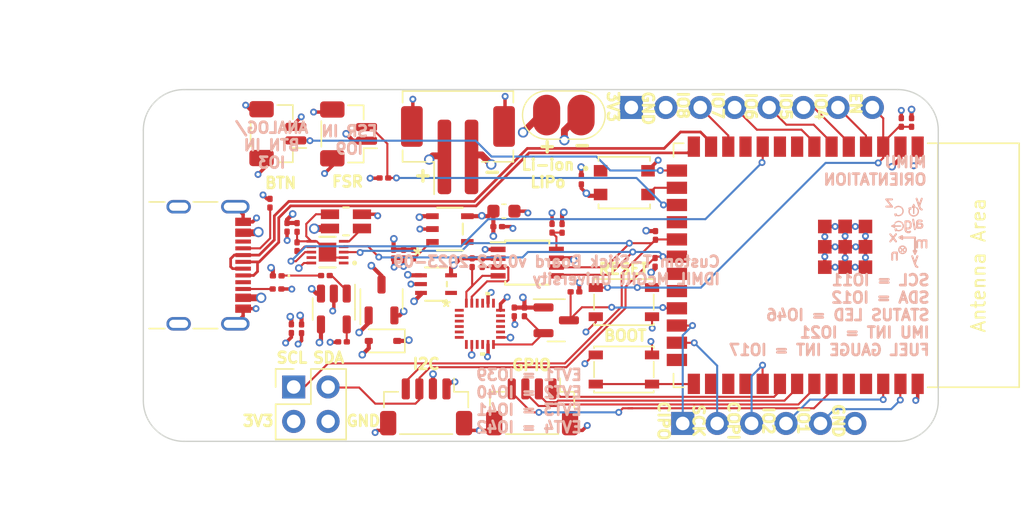
<source format=kicad_pcb>
(kicad_pcb (version 20221018) (generator pcbnew)
  (title_block (title "T-Stick Custom ESP32 Control Board") (date "2023-09") (rev "v0.0.2"))
  (layers (0 "F.Cu" signal) (1 "In1.Cu" signal) (2 "In2.Cu" signal) (31 "B.Cu" signal) (34 "B.Paste" user) (35 "F.Paste" user) (36 "B.SilkS" user "B.Silkscreen") (37 "F.SilkS" user "F.Silkscreen") (38 "B.Mask" user) (39 "F.Mask" user) (44 "Edge.Cuts" user))
  (net 0 "")
  (net 1 "+BATT")
  (net 2 "-BATT")
  (net 3 "CSP")
  (net 4 "+1V8")
  (net 5 "+3V3")
  (net 6 "GND")
  (net 7 "/EN")
  (net 8 "VUSB")
  (net 9 "/IO2")
  (net 11 "/SCL")
  (net 12 "/SDA")
  (net 13 "/FG_CSN")
  (net 14 "/IO16")
  (net 16 "/IO4")
  (net 26 "/IMU_INT")
  (net 34 "Net-(J1-CC1)")
  (net 36 "Net-(J1-CC2)")
  (net 38 "/IO21")
  (net 39 "/IO0")
  (net 40 "/CE")
  (net 41 "/PROG")
  (net 42 "/IO15")
  (net 43 "/IO14")
  (net 44 "/TXD")
  (net 45 "/RXD")
  (net 46 "/LS_EN")
  (net 47 "/LV_SCL")
  (net 48 "/IO5")
  (net 49 "/IO6")
  (net 50 "/IO7")
  (net 51 "/LV_SDA")
  (net 52 "/IO8")
  (net 53 "/IO9")
  (net 54 "/IO17")
  (net 55 "/IO18")
  (net 56 "/IO45")
  (net 60 "/IO1")
  (net 62 "/USBD-")
  (net 63 "/USBD+")
  (net 64 "/IO3")
  (net 65 "/IO46")
  (net 66 "Net-(CHARGLED1-K)")
  (net 67 "/STAT")
  (net 69 "VIN")
  (net 70 "/REG")
  (net 72 "/SCK")
  (net 73 "/CIPO")
  (net 74 "/COPI")
  (net 75 "/IO13")
  (net 76 "/IO10")
  (net 77 "/IO39")
  (net 78 "/IO40")
  (net 79 "/IO41")
  (net 80 "/IO42")
  (footprint "Connector_JST:JST_PH_B2B-PH-SM4-TB_1x02-1MP_P2.00mm_Vertical" (layer "F.Cu") (at 122.22 51.82)
    (fp_text reference "BT1" hide)
    (fp_text value "JST-PH-1x02-2.000mm")
  )
  (footprint "Resistor_SMD:R_0201_0603Metric" (layer "F.Cu") (at 130.85 62.27)
    (fp_text reference "R23" hide)
    (fp_text value "10k")
  )
  (footprint "Diode_SMD:D_SOD-323" (layer "F.Cu") (at 116.69 65.89 180)
    (fp_text reference "D1" hide)
    (fp_text value "3A/10V/288mJ")
  )
  (footprint "Resistor_SMD:R_0201_0603Metric" (layer "F.Cu") (at 110.68 64.995098 90)
    (fp_text reference "R13" hide)
    (fp_text value "10k")
  )
  (footprint "Resistor_SMD:R_0201_0603Metric" (layer "F.Cu") (at 129.9 57.59 90)
    (fp_text reference "R18" hide)
    (fp_text value "200k")
  )
  (footprint "Resistor_SMD:R_0201_0603Metric" (layer "F.Cu") (at 112.44 61.07)
    (fp_text reference "R3" hide)
    (fp_text value "1k")
  )
  (footprint "solderpads:SolderPad" (layer "F.Cu") (at 128.76 49.23 180)
    (fp_text reference "BT2" hide)
    (fp_text value "Battery_Cell")
  )
  (footprint "Resistor_SMD:R_0201_0603Metric" (layer "F.Cu") (at 136.79 58.11 90)
    (fp_text reference "R19" hide)
    (fp_text value "2k2")
  )
  (footprint "LED_SMD:LED_0201_0603Metric" (layer "F.Cu") (at 108.885 61.09 180)
    (fp_text reference "CHARGLED1" hide)
    (fp_text value "LED")
  )
  (footprint "Button_Switch_SMD:SW_SPST_PTS810" (layer "F.Cu") (at 134.46 68 180)
    (fp_text reference "SW2" hide)
    (fp_text value "PTS810 SJM Switch")
  )
  (footprint "max17055-footprints:21-100013A_T102A2&plus_1C_MXM" (layer "F.Cu") (at 112.5961 59.342501 180)
    (fp_text reference "FG1" hide)
    (fp_text value "MAX17055ETB+T")
  )
  (footprint "Capacitor_SMD:C_0201_0603Metric" (layer "F.Cu") (at 117.47 59.49 -90)
    (fp_text reference "C4" hide)
    (fp_text value "1uF")
  )
  (footprint "ICM20948-footprints:QFN24_3X3X0P9_IVS" (layer "F.Cu") (at 123.8384 64.630001)
    (fp_text reference "IMU1" hide)
    (fp_text value "ICM-20948")
  )
  (footprint "PCM_Espressif:ESP32-S3-WROOM-2" (layer "F.Cu") (at 147.87 60.31 -90)
    (fp_text reference "MCU1" hide)
    (fp_text value "ESP32-S3-WROOM-2")
  )
  (footprint "Resistor_SMD:R_0201_0603Metric" (layer "F.Cu") (at 127.1225 63.75 90)
    (fp_text reference "R21" hide)
    (fp_text value "10k")
  )
  (footprint "Capacitor_SMD:C_0201_0603Metric" (layer "F.Cu") (at 109.61 57.51 -90)
    (fp_text reference "C12" hide)
    (fp_text value "0.47uF")
  )
  (footprint "Resistor_SMD:R_0201_0603Metric" (layer "F.Cu") (at 108.87 62.06 180)
    (fp_text reference "R6" hide)
    (fp_text value "5k1")
  )
  (footprint "Connector_JST:JST_SH_BM04B-SRSS-TB_1x04-1MP_P1.00mm_Vertical" (layer "F.Cu") (at 119.87 70.755 180)
    (fp_text reference "QWIIC1" hide)
    (fp_text value "JST-SH-1x04 1.0mm")
  )
  (footprint "Connector_PinHeader_2.54mm:PinHeader_1x06_P2.54mm_Vertical" (layer "F.Cu") (at 138.8 71.98 90)
    (fp_text reference "J3" hide)
    (fp_text value "GPIO1")
  )
  (footprint "max8511-footprints:21-0076_X5&plus_1_MXM" (layer "F.Cu") (at 120.601549 61.700001)
    (fp_text reference "Ud1" hide)
    (fp_text value "MAX8511EXK18+T")
  )
  (footprint "Connector_JST:JST_SH_BM04B-SRSS-TB_1x04-1MP_P1.00mm_Vertical" (layer "F.Cu") (at 127.69 70.755 180)
    (fp_text reference "TrillExtensionInput1" hide)
    (fp_text value "JST-SH 1x08 1.00mm")
  )
  (footprint "Resistor_SMD:R_0201_0603Metric" (layer "F.Cu") (at 113.7 65.96)
    (fp_text reference "R15" hide)
    (fp_text value "2k")
  )
  (footprint "Capacitor_SMD:C_0201_0603Metric" (layer "F.Cu") (at 110.35 57.52 -90)
    (fp_text reference "C1" hide)
    (fp_text value "0.1uF")
  )
  (footprint "Connector_JST:JST_SH_BM02B-SRSS-TB_1x02-1MP_P1.00mm_Vertical" (layer "F.Cu") (at 114.15 50.62 90)
    (fp_text reference "FSR1" hide)
    (fp_text value "JST-SH-1.00mm 1x2")
  )
  (footprint "Package_TO_SOT_SMD:SOT-23-3" (layer "F.Cu") (at 116.58 62.8725 90)
    (fp_text reference "Q2" hide)
    (fp_text value "20V/4.2A/52mOhm/1.4W")
  )
  (footprint "neopixel:2659" (layer "F.Cu") (at 134.49 54.215)
    (fp_text reference "PWLED1" hide)
    (fp_text value "SK6812MINI")
  )
  (footprint "Capacitor_SMD:C_0201_0603Metric" (layer "F.Cu") (at 154.925 49.775 90)
    (fp_text reference "C9" hide)
    (fp_text value "1uF")
  )
  (footprint "Connector_JST:JST_SH_BM02B-SRSS-TB_1x02-1MP_P1.00mm_Vertical" (layer "F.Cu") (at 108.93 50.6 90)
    (fp_text reference "SW1" hide)
    (fp_text value "JST-SH-1.00mm 1x2")
  )
  (footprint "Capacitor_SMD:C_0201_0603Metric" (layer "F.Cu") (at 131.32 54.02 -90)
    (fp_text reference "C13" hide)
    (fp_text value "0.1uF")
  )
  (footprint "MountingHole:MountingHole_3.2mm_M3_DIN965" (layer "F.Cu") (at 103.21 68.69)
    (fp_text reference "H2" hide)
    (fp_text value "MountingHole" hide)
  )
  (footprint "Capacitor_SMD:C_0201_0603Metric" (layer "F.Cu") (at 126.3725 63.75 -90)
    (fp_text reference "C3" hide)
    (fp_text value "1uF")
  )
  (footprint "Capacitor_SMD:C_0201_0603Metric" (layer "F.Cu") (at 125.15 57.46)
    (fp_text reference "C7" hide)
    (fp_text value "0.1uF")
  )
  (footprint "Resistor_SMD:R_0201_0603Metric" (layer "F.Cu") (at 155.68 49.775 90)
    (fp_text reference "R5" hide)
    (fp_text value "10k")
  )
  (footprint "MountingHole:MountingHole_3.2mm_M3_DIN965" (layer "F.Cu") (at 103.21 51.89)
    (fp_text reference "H1" hide)
    (fp_text value "MountingHole" hide)
  )
  (footprint "XC6222B331MR-footprints:SOT-25_TOR" (layer "F.Cu") (at 121.623749 57.639999)
    (fp_text reference "U1" hide)
    (fp_text value "XC6222B331MR-G")
  )
  (footprint "Capacitor_SMD:C_0201_0603Metric" (layer "F.Cu") (at 129.16 57.58 90)
    (fp_text reference "C14" hide)
    (fp_text value "0.1uF")
  )
  (footprint "Capacitor_SMD:C_0201_0603Metric" (layer "F.Cu") (at 110.35 58.94 90)
    (fp_text reference "C2" hide)
    (fp_text value "0.47uF")
  )
  (footprint "Package_SO:TSSOP-8_3x3mm_P0.65mm" (layer "F.Cu") (at 127.33 60.115)
    (fp_text reference "U4" hide)
    (fp_text value "PCA9306DP")
  )
  (footprint "Resistor_SMD:R_0201_0603Metric" (layer "F.Cu") (at 118.94 59.49 90)
    (fp_text reference "R14" hide)
    (fp_text value "10k")
  )
  (footprint "Capacitor_SMD:C_0201_0603Metric" (layer "F.Cu") (at 109.93 64.985098 -90)
    (fp_text reference "C11" hide)
    (fp_text value "0.47uF")
  )
  (footprint "Button_Switch_SMD:SW_SPST_PTS810" (layer "F.Cu") (at 134.46 63.03)
    (fp_text reference "SW3" hide)
    (fp_text value "PTS810 SJM Switch")
  )
  (footprint "ul_LVK12R010CER-footprints:LVK12_OHM-L" (layer "F.Cu") (at 113.9575 57.072502)
    (fp_text reference "R2" hide)
    (fp_text value "Ohmite_LVK12 10m")
  )
  (footprint "Resistor_SMD:R_0201_0603Metric" (layer "F.Cu") (at 124.01 60.12 90)
    (fp_text reference "R16" hide)
    (fp_text value "2k2")
  )
  (footprint "Connector_USB:USB_C_Receptacle_GCT_USB4105-xx-A_16P_TopMnt_Horizontal" (layer "F.Cu") (at 102.69 60.31 -90)
    (fp_text reference "J1" hide)
    (fp_text value "USB_C_Receptacle_USB2.0")
  )
  (footprint "Package_TO_SOT_SMD:SOT-23" (layer "F.Cu") (at 129.4675 64.37)
    (fp_text reference "Q3" hide)
    (fp_text value "BSS138")
  )
  (footprint "Capacitor_SMD:C_0603_1608Metric" (layer "F.Cu") (at 125.61 56.32)
    (fp_text reference "C8" hide)
    (fp_text value "10uF")
  )
  (footprint "Resistor_SMD:R_0201_0603Metric" (layer "F.Cu") (at 136.76 60.095 -90)
    (fp_text reference "R20" hide)
    (fp_text value "2k2")
  )
  (footprint "Connector_PinHeader_2.54mm:PinHeader_1x08_P2.54mm_Vertical" (layer "F.Cu") (at 135.01 48.67 90)
    (fp_text reference "J2" hide)
    (fp_text value "GPIO2")
  )
  (footprint "Resistor_SMD:R_0201_0603Metric" (layer "F.Cu") (at 108.35 55.73 -90)
    (fp_text reference "R7" hide)
    (fp_text value "5k1")
  )
  (footprint "Package_TO_SOT_SMD:SOT-23-5" (layer "F.Cu") (at 113.0625 63.5375 -90)
    (fp_text reference "U3" hide)
    (fp_text value "MCP73831-2-OT")
  )
  (footprint "Resistor_SMD:R_0201_0603Metric" (layer "F.Cu") (at 116.755 53.87 180)
    (fp_text reference "R1" hide)
    (fp_text value "1k")
  )
  (footprint "Resistor_SMD:R_0201_0603Metric" (layer "F.Cu") (at 123.265 60.12 90)
    (fp_text reference "R17" hide)
    (fp_text value "2k2")
  )
  (footprint "Capacitor_SMD:C_0201_0603Metric" (layer "F.Cu") (at 118.21 59.49 -90)
    (fp_text reference "C10" hide)
    (fp_text value "1uF")
  )
  (footprint "Connector_PinHeader_2.54mm:PinHeader_2x02_P2.54mm_Vertical" (layer "F.Cu") (at 110.1 69.29)
    (fp_text reference "I2C2" hide)
    (fp_text value "Conn_01x04")
  )
  (gr_line (start 154.84374 59.358328) (end 155.20374 58.998328) (stroke (width 0.1016)) (layer "B.SilkS"))
  (gr_line (start 155.838756 55.833327) (end 155.838756 56.483327) (stroke (width 0.1016)) (layer "B.SilkS"))
  (gr_arc (start 154.468757 57.198327) (mid 155.065512 57.367105) (end 154.545903 57.705667) (stroke (width 0.1016)) (layer "B.SilkS"))
  (gr_poly (pts (xy 156.03374 59.248328) (xy 155.93374 59.448328) (xy 155.83374 59.248328)) (stroke (width 0.15)) (fill solid) (layer "B.SilkS"))
  (gr_line (start 154.93374 58.268328) (end 155.93374 58.268328) (stroke (width 0.15)) (layer "B.SilkS"))
  (gr_poly (pts (xy 154.449187 56.536868) (xy 154.49204 56.659528) (xy 154.55204 56.529528)) (stroke (width 0.1016)) (fill solid) (layer "B.SilkS"))
  (gr_poly (pts (xy 154.428756 57.518327) (xy 154.228756 57.418327) (xy 154.428756 57.318327)) (stroke (width 0.1016)) (fill solid) (layer "B.SilkS"))
  (gr_line (start 155.19374 59.358328) (end 154.80374 58.978328) (stroke (width 0.1016)) (layer "B.SilkS"))
  (gr_line (start 155.92374 57.648328) (end 155.79874 56.948328) (stroke (width 0.15)) (layer "B.SilkS"))
  (gr_poly (pts (xy 154.98374 58.358328) (xy 154.78374 58.258328) (xy 154.98374 58.158328)) (stroke (width 0.15)) (fill solid) (layer "B.SilkS"))
  (gr_line (start 155.93374 58.268328) (end 155.93374 59.268328) (stroke (width 0.15)) (layer "B.SilkS"))
  (gr_poly (pts (xy 154.465903 57.645667) (xy 154.508756 57.768327) (xy 154.568756 57.638327)) (stroke (width 0.1016)) (fill solid) (layer "B.SilkS"))
  (gr_arc (start 156.058756 56.073328) (mid 155.89 56.67) (end 155.551416 56.150474) (stroke (width 0.1016)) (layer "B.SilkS"))
  (gr_arc (start 154.452041 56.089528) (mid 155.048824 56.258305) (end 154.529187 56.596868) (stroke (width 0.1016)) (layer "B.SilkS"))
  (gr_line (start 154.228756 57.418327) (end 154.878756 57.418327) (stroke (width 0.1016)) (layer "B.SilkS"))
  (gr_poly (pts (xy 155.611416 56.070474) (xy 155.488756 56.113327) (xy 155.618756 56.173327)) (stroke (width 0.1016)) (fill solid) (layer "B.SilkS"))
  (gr_circle (center 155.01374 59.168328) (end 154.79374 59.008328) (stroke (width 0.1016)) (fill none) (layer "B.SilkS"))
  (gr_poly (pts (xy 155.738756 56.033327) (xy 155.838756 55.833327) (xy 155.938756 56.033327)) (stroke (width 0.1016)) (fill solid) (layer "B.SilkS"))
  (gr_line (start 102.01 73.3) (end 154.65 73.3) (stroke (width 0.1)) (layer "Edge.Cuts"))
  (gr_line (start 157.65 70.3) (end 157.65 50.35) (stroke (width 0.1)) (layer "Edge.Cuts"))
  (gr_arc (start 99.01 50.35) (mid 99.888686 48.228686) (end 102.01 47.35) (stroke (width 0.1)) (layer "Edge.Cuts"))
  (gr_line (start 99.01 50.35) (end 99.01 70.3) (stroke (width 0.1)) (layer "Edge.Cuts"))
  (gr_arc (start 154.6482 47.3482) (mid 156.770813 48.227399) (end 157.65 50.35) (stroke (width 0.1)) (layer "Edge.Cuts"))
  (gr_line (start 102.01 47.35) (end 154.6482 47.3482) (stroke (width 0.1)) (layer "Edge.Cuts"))
  (gr_arc (start 102.01 73.3) (mid 99.8887 72.421312) (end 99.01 70.3) (stroke (width 0.1)) (layer "Edge.Cuts"))
  (gr_arc (start 157.65 70.3) (mid 156.771326 72.421326) (end 154.65 73.3) (stroke (width 0.1)) (layer "Edge.Cuts"))
  (gr_text "x" (at 154.744957 58.660043) (layer "B.SilkS") (effects (font (size 0.8 0.8) (thickness 0.15) bold) (justify left bottom mirror)))
  (gr_text "FSR IN\nIO9" (at 114.21 52.18) (layer "B.SilkS") (effects (font (size 0.8 0.8) (thickness 0.2) bold) (justify bottom mirror)))
  (gr_text "ANALOG/\nBTN IN\nIO3" (at 108.48 53.21) (layer "B.SilkS") (effects (font (size 0.8 0.8) (thickness 0.2) bold) (justify bottom mirror)))
  (gr_text "a" (at 156.72374 57.648328) (layer "B.SilkS") (effects (font (size 0.8 0.8) (thickness 0.15) bold) (justify left bottom mirror)))
  (gr_text "z" (at 154.452041 56.089528) (layer "B.SilkS") (effects (font (size 0.8 0.8) (thickness 0.15) bold) (justify left bottom mirror)))
  (gr_text "y" (at 156.644957 56.040043) (layer "B.SilkS") (effects (font (size 0.8 0.8) (thickness 0.15) bold) (justify left bottom mirror)))
  (gr_text "g" (at 155.86624 57.708328) (layer "B.SilkS") (effects (font (size 0.8 0.8) (thickness 0.15) bold) (justify left bottom mirror)))
  (gr_text "SCL = IO11\nSDA = IO12\nSTATUS LED = IO46\nIMU INT = IO21\nFUEL GAUGE INT = IO17" (at 157.11 67.03) (layer "B.SilkS") (effects (font (size 0.8 0.8) (thickness 0.2) bold) (justify left bottom mirror)))
  (gr_text "MIMU\nORIENTATION" (at 156.89 54.46) (layer "B.SilkS") (effects (font (size 0.8 0.8) (thickness 0.2) bold) (justify left bottom mirror)))
  (gr_text "Custom T-Stick Board v0.0.2 2023-09\nIDMIL McGill University" (at 141.66 61.8) (layer "B.SilkS") (effects (font (size 0.8 0.8) (thickness 0.2) bold) (justify left bottom mirror)))
  (gr_text "EVT1 = IO39\nEVT2 = IO40\nEVT3 = IO41\nEVT4 = IO42" (at 131.46 72.73) (layer "B.SilkS") (effects (font (size 0.8 0.8) (thickness 0.2) bold) (justify left bottom mirror)))
  (gr_text "y" (at 156.324957 60.280043) (layer "B.SilkS") (effects (font (size 0.8 0.8) (thickness 0.15) bold) (justify left bottom mirror)))
  (gr_text "n" (at 154.884957 60.010043) (layer "B.SilkS") (effects (font (size 0.8 0.8) (thickness 0.15) bold) (justify left bottom mirror)))
  (gr_text "m" (at 157.06374 59.108328) (layer "B.SilkS") (effects (font (size 0.8 0.8) (thickness 0.15) bold) (justify left bottom mirror)))
  (gr_text "EN\n\nIO4\n\nIO5\n\nIO6" (at 147.68 47.47 270) (layer "F.SilkS") (effects (font (size 0.8 0.8) (thickness 0.2) bold) (justify left)))
  (gr_text "GPIO" (at 127.65 68.14) (layer "F.SilkS") (effects (font (size 0.8 0.8) (thickness 0.2) bold) (justify bottom)))
  (gr_text "RESET" (at 134.44 61.05) (layer "F.SilkS") (effects (font (size 0.8 0.8) (thickness 0.2) bold) (justify bottom)))
  (gr_text "Li-ion\nLiPo" (at 128.86 54.65) (layer "F.SilkS") (effects (font (size 0.8 0.8) (thickness 0.2) bold) (justify bottom)))
  (gr_text "BTN" (at 109.14 54.71) (layer "F.SilkS") (effects (font (size 0.8 0.8) (thickness 0.2) bold) (justify bottom)))
  (gr_text "BOOT" (at 134.56 65.97) (layer "F.SilkS") (effects (font (size 0.8 0.8) (thickness 0.2) bold) (justify bottom)))
  (gr_text "+" (at 128.02 52.08) (layer "F.SilkS") (effects (font (size 1 1) (thickness 0.25) bold) (justify left bottom)))
  (gr_text "SDA" (at 112.68 67.6) (layer "F.SilkS") (effects (font (size 0.8 0.8) (thickness 0.2) bold) (justify bottom)))
  (gr_text "FSR" (at 112.82 54.61) (layer "F.SilkS") (effects (font (size 0.8 0.8) (thickness 0.2) bold) (justify left bottom)))
  (gr_text "GND\n\nIO1\n\nIO2\n\nCOPI\n\nSCK\n\nCIPO" (at 143.83 71.78 270) (layer "F.SilkS") (effects (font (size 0.8 0.8) (thickness 0.2) bold)))
  (gr_text "-" (at 123.96 53.97) (layer "F.SilkS") (effects (font (size 1 1) (thickness 0.25) bold) (justify left bottom)))
  (gr_text "+" (at 118.85 54.23) (layer "F.SilkS") (effects (font (size 1 1) (thickness 0.25) bold) (justify left bottom)))
  (gr_text "3V3" (at 107.48 72.26) (layer "F.SilkS") (effects (font (size 0.8 0.8) (thickness 0.2) bold) (justify bottom)))
  (gr_text "-" (at 130.6 52) (layer "F.SilkS") (effects (font (size 1 1) (thickness 0.25) bold) (justify left bottom)))
  (gr_text "GND" (at 115.24 72.26) (layer "F.SilkS") (effects (font (size 0.8 0.8) (thickness 0.2) bold) (justify bottom)))
  (gr_text "IO7\n\nIO8\n\nGND\n\n3V3" (at 137.52 47.38 270) (layer "F.SilkS") (effects (font (size 0.8 0.8) (thickness 0.2) bold) (justify left)))
  (gr_text "SCL" (at 109.97 67.6) (layer "F.SilkS") (effects (font (size 0.8 0.8) (thickness 0.2) bold) (justify bottom)))
  (gr_text "I2C" (at 119.87 68.06) (layer "F.SilkS") (effects (font (size 0.8 0.8) (thickness 0.2) bold) (justify bottom)))
  (segment (start 116.58 61.09) (end 115.83 60.34) (width 0.3048) (layer "F.Cu") (net 1))
  (segment (start 109.61 57.19) (end 110.34 57.19) (width 0.3048) (layer "F.Cu") (net 1))
  (segment (start 111.78 62.4) (end 111.43 62.05) (width 0.3048) (layer "F.Cu") (net 1))
  (segment (start 116.58 61.735) (end 116.58 61.09) (width 0.3048) (layer "F.Cu") (net 1))
  (segment (start 128.76 49.08) (end 128.4529 49.08) (width 0.508) (layer "F.Cu") (net 1))
  (segment (start 110.48 60.52) (end 110.857498 60.142502) (width 0.1524) (layer "F.Cu") (net 1))
  (segment (start 109.61 56.946372) (end 110.028186 56.528186) (width 0.3048) (layer "F.Cu") (net 1))
  (segment (start 120.37 52.24) (end 120.1 52.51) (width 0.508) (layer "F.Cu") (net 1))
  (segment (start 112.1125 62.4) (end 111.78 62.4) (width 0.3048) (layer "F.Cu") (net 1))
  (segment (start 109.61 57.19) (end 109.61 56.946372) (width 0.3048) (layer "F.Cu") (net 1))
  (segment (start 110.857498 60.142502) (end 111.4047 60.142502) (width 0.1524) (layer "F.Cu") (net 1))
  (segment (start 121.29 52.24) (end 120.37 52.24) (width 0.508) (layer "F.Cu") (net 1))
  (segment (start 110.34 57.19) (end 110.35 57.2) (width 0.3048) (layer "F.Cu") (net 1))
  (segment (start 128.4529 49.08) (end 127.0229 50.51) (width 0.508) (layer "F.Cu") (net 1))
  (via (at 110.48 60.52) (size 0.5588) (drill 0.3048) (layers "F.Cu" "B.Cu") (net 1))
  (via (at 120.1 52.51) (size 0.762) (drill 0.508) (layers "F.Cu" "B.Cu") (net 1))
  (via (at 115.83 60.34) (size 0.5588) (drill 0.3048) (layers "F.Cu" "B.Cu") (net 1))
  (via (at 110.028186 56.528186) (size 0.5588) (drill 0.3048) (layers "F.Cu" "B.Cu") (net 1))
  (via (at 127.0229 50.51) (size 0.762) (drill 0.508) (layers "F.Cu" "B.Cu") (net 1))
  (via (at 111.43 62.05) (size 0.5588) (drill 0.3048) (layers "F.Cu" "B.Cu") (net 1))
  (segment (start 111.628198 57.597502) (end 111.6157 57.61) (width 0.508) (layer "F.Cu") (net 2))
  (segment (start 123.966787 52.17) (end 123.74959 52.17) (width 0.508) (layer "F.Cu") (net 2))
  (segment (start 112.7776 57.597502) (end 111.628198 57.597502) (width 0.508) (layer "F.Cu") (net 2))
  (segment (start 124.673911 52.877124) (end 123.966787 52.17) (width 0.508) (layer "F.Cu") (net 2))
  (segment (start 130.07 50.36) (end 131.06 49.37) (width 0.508) (layer "F.Cu") (net 2))
  (segment (start 130.07 51.08) (end 130.07 50.36) (width 0.508) (layer "F.Cu") (net 2))
  (via (at 124.673911 52.877124) (size 0.762) (drill 0.508) (layers "F.Cu" "B.Cu") (net 2))
  (via (at 130.07 51.08) (size 0.762) (drill 0.508) (layers "F.Cu" "B.Cu") (net 2))
  (via (at 111.6157 57.61) (size 0.762) (drill 0.508) (layers "F.Cu" "B.Cu") (net 2))
  (segment (start 111.03 57.26) (end 111.742498 56.547502) (width 0.1524) (layer "F.Cu") (net 3))
  (segment (start 111.03 58.1678) (end 111.03 57.26) (width 0.1524) (layer "F.Cu") (net 3))
  (segment (start 110.4275 58.5425) (end 110.35 58.62) (width 0.1524) (layer "F.Cu") (net 3))
  (segment (start 110.35 58.62) (end 110.35 57.84) (width 0.1524) (layer "F.Cu") (net 3))
  (segment (start 111.742498 56.547502) (end 112.7776 56.547502) (width 0.1524) (layer "F.Cu") (net 3))
  (segment (start 111.4047 58.5425) (end 111.03 58.1678) (width 0.1524) (layer "F.Cu") (net 3))
  (segment (start 112.5961 59.342501) (end 112.996099 59.7425) (width 0.1524) (layer "F.Cu") (net 3))
  (segment (start 112.996099 59.7425) (end 113.7875 59.7425) (width 0.1524) (layer "F.Cu") (net 3))
  (segment (start 111.4047 58.5425) (end 111.796099 58.5425) (width 0.1524) (layer "F.Cu") (net 3))
  (segment (start 111.796099 58.5425) (end 112.5961 59.342501) (width 0.1524) (layer "F.Cu") (net 3))
  (segment (start 111.4047 58.5425) (end 110.4275 58.5425) (width 0.1524) (layer "F.Cu") (net 3))
  (segment (start 123.238401 66.921599) (end 123.23 66.93) (width 0.1524) (layer "F.Cu") (net 4))
  (segment (start 127.1225 63.43) (end 127.1225 62.796221) (width 0.3048) (layer "F.Cu") (net 4))
  (segment (start 123.238401 66.151601) (end 123.238401 66.921599) (width 0.1524) (layer "F.Cu") (net 4))
  (segment (start 121.71 61.050002) (end 121.71 60.5) (width 0.3048) (layer "F.Cu") (net 4))
  (segment (start 121.71 60.5) (end 122.41 59.8) (width 0.3048) (layer "F.Cu") (net 4))
  (segment (start 125.18 59.79) (end 123.275 59.79) (width 0.3048) (layer "F.Cu") (net 4))
  (segment (start 126.3725 63.43) (end 128.52 63.43) (width 0.3048) (layer "F.Cu") (net 4))
  (segment (start 126.075901 65.630002) (end 125.36 65.630002) (width 0.1524) (layer "F.Cu") (net 4))
  (segment (start 126.09 65.644101) (end 126.075901 65.630002) (width 0.1524) (layer "F.Cu") (net 4))
  (segment (start 128.52 63.43) (end 128.53 63.42) (width 0.3048) (layer "F.Cu") (net 4))
  (segment (start 122.41 59.8) (end 123.265 59.8) (width 0.3048) (layer "F.Cu") (net 4))
  (segment (start 127.1225 62.796221) (end 127.008282 62.682003) (width 0.3048) (layer "F.Cu") (net 4))
  (via (at 123.23 66.93) (size 0.5588) (drill 0.3048) (layers "F.Cu" "B.Cu") (net 4))
  (via (at 121.91 60.3) (size 0.5588) (drill 0.3048) (layers "F.Cu" "B.Cu") (net 4))
  (via (at 126.09 65.644101) (size 0.5588) (drill 0.3048) (layers "F.Cu" "B.Cu") (net 4))
  (via (at 127.008282 62.682003) (size 0.5588) (drill 0.3048) (layers "F.Cu" "B.Cu") (net 4))
  (segment (start 120.38 68.34) (end 120.38 68.92) (width 0.3048) (layer "F.Cu") (net 5))
  (segment (start 124.465002 56.689998) (end 124.835 56.32) (width 0.3048) (layer "F.Cu") (net 5))
  (segment (start 129.9 57.27) (end 129.9 56.5325) (width 0.3048) (layer "F.Cu") (net 5))
  (segment (start 136.13 57.79) (end 136.79 57.79) (width 0.3048) (layer "F.Cu") (net 5))
  (segment (start 136.1 57.76) (end 136.13 57.79) (width 0.3048) (layer "F.Cu") (net 5))
  (segment (start 131.17 62.27) (end 131.17 61.6) (width 0.3048) (layer "F.Cu") (net 5))
  (segment (start 136.37 53.435) (end 136.37 53.18) (width 0.254) (layer "F.Cu") (net 5))
  (segment (start 122.91 56.689998) (end 123.89 56.689998) (width 0.3048) (layer "F.Cu") (net 5))
  (segment (start 124.83 56.325) (end 124.835 56.32) (width 0.3048) (layer "F.Cu") (net 5))
  (segment (start 124.83 57.46) (end 124.83 56.325) (width 0.3048) (layer "F.Cu") (net 5))
  (segment (start 129.48 59.79) (end 130.63 59.79) (width 0.3048) (layer "F.Cu") (net 5))
  (segment (start 131.17 61.6) (end 131.19 61.58) (width 0.3048) (layer "F.Cu") (net 5))
  (segment (start 154.86 51.56) (end 154.86 52.42) (width 0.3048) (layer "F.Cu") (net 5))
  (segment (start 124.83 57.46) (end 124.83 58.16) (width 0.3048) (layer "F.Cu") (net 5))
  (segment (start 123.89 56.689998) (end 124.465002 56.689998) (width 0.3048) (layer "F.Cu") (net 5))
  (segment (start 136.37 53.18) (end 136.99 52.56) (width 0.254) (layer "F.Cu") (net 5))
  (segment (start 113.97 50.6125) (end 114.4775 51.12) (width 0.3048) (layer "F.Cu") (net 5))
  (segment (start 123.946748 56.689998) (end 123.978374 56.658372) (width 0.3048) (layer "F.Cu") (net 5))
  (segment (start 131.32 53.08) (end 131.32 53.7) (width 0.3048) (layer "F.Cu") (net 5))
  (segment (start 154.86 52.42) (end 154.24 53.04) (width 0.3048) (layer "F.Cu") (net 5))
  (segment (start 129.9 56.5325) (end 130.03 56.4025) (width 0.3048) (layer "F.Cu") (net 5))
  (segment (start 130.63 59.79) (end 130.76 59.92) (width 0.3048) (layer "F.Cu") (net 5))
  (segment (start 114.4775 51.12) (end 115.475 51.12) (width 0.3048) (layer "F.Cu") (net 5))
  (segment (start 155.68 48.82) (end 155.68 49.455) (width 0.3048) (layer "F.Cu") (net 5))
  (segment (start 123.89 56.689998) (end 123.946748 56.689998) (width 0.3048) (layer "F.Cu") (net 5))
  (segment (start 136.4695 60.844002) (end 136.76 60.553502) (width 0.3048) (layer "F.Cu") (net 5))
  (segment (start 131.305 53.065) (end 131.32 53.08) (width 0.3048) (layer "F.Cu") (net 5))
  (segment (start 136.76 60.553502) (end 136.76 60.415) (width 0.3048) (layer "F.Cu") (net 5))
  (via (at 136.1 57.76) (size 0.5588) (drill 0.3048) (layers "F.Cu" "B.Cu") (net 5))
  (via (at 154.24 53.04) (size 0.5588) (drill 0.3048) (layers "F.Cu" "B.Cu") (net 5))
  (via (at 130.03 56.4025) (size 0.5588) (drill 0.3048) (layers "F.Cu" "B.Cu") (net 5))
  (via (at 131.19 61.58) (size 0.5588) (drill 0.3048) (layers "F.Cu" "B.Cu") (net 5))
  (via (at 155.68 48.82) (size 0.5588) (drill 0.3048) (layers "F.Cu" "B.Cu") (net 5))
  (via (at 136.99 52.56) (size 0.508) (drill 0.254) (layers "F.Cu" "B.Cu") (net 5))
  (via (at 123.978374 56.658372) (size 0.5588) (drill 0.3048) (layers "F.Cu" "B.Cu") (net 5))
  (via (at 136.4695 60.844002) (size 0.5588) (drill 0.3048) (layers "F.Cu" "B.Cu") (net 5))
  (via (at 120.38 68.34) (size 0.5588) (drill 0.3048) (layers "F.Cu" "B.Cu") (net 5))
  (via (at 131.305 53.065) (size 0.5588) (drill 0.3048) (layers "F.Cu" "B.Cu") (net 5))
  (via (at 113.97 50.6125) (size 0.5588) (drill 0.3048) (layers "F.Cu" "B.Cu") (net 5))
  (via (at 130.76 59.92) (size 0.5588) (drill 0.3048) (layers "F.Cu" "B.Cu") (net 5))
  (via (at 124.83 58.16) (size 0.5588) (drill 0.3048) (layers "F.Cu" "B.Cu") (net 5))
  (segment (start 109.93 65.62) (end 109.5074 66.0426) (width 0.254) (layer "F.Cu") (net 6))
  (segment (start 156.13 52.68) (end 155.84 52.97) (width 0.254) (layer "F.Cu") (net 6))
  (segment (start 112.95 52.42) (end 112.95 52.97) (width 0.254) (layer "F.Cu") (net 6))
  (segment (start 109.19 62.06) (end 109.95 62.06) (width 0.254) (layer "F.Cu") (net 6))
  (segment (start 125.36 63.15) (end 125.85 62.66) (width 0.254) (layer "F.Cu") (net 6))
  (segment (start 106.37 57.11) (end 106.37 56.565) (width 0.254) (layer "F.Cu") (net 6))
  (segment (start 126.3725 64.07) (end 126.3725 64.636221) (width 0.254) (layer "F.Cu") (net 6))
  (segment (start 108.35 55.41) (end 108.13 55.41) (width 0.254) (layer "F.Cu") (net 6))
  (segment (start 106.37 57.11) (end 107.07 57.11) (width 0.254) (layer "F.Cu") (net 6))
  (segment (start 121.78 68.91) (end 121.38 69.31) (width 0.254) (layer "F.Cu") (net 6))
  (segment (start 150.04 58.95) (end 149.28 58.95) (width 0.254) (layer "F.Cu") (net 6))
  (segment (start 113.0625 62.4) (end 113.0625 63.5975) (width 0.254) (layer "F.Cu") (net 6))
  (segment (start 111.57 49.01) (end 112.76 49.01) (width 0.254) (layer "F.Cu") (net 6))
  (segment (start 116.11 72.65) (end 116.265 72.495) (width 0.254) (layer "F.Cu") (net 6))
  (segment (start 150.78 60.45) (end 150.78 57.45) (width 0.254) (layer "F.Cu") (net 6))
  (segment (start 107.955 53.125) (end 107.47 53.61) (width 0.254) (layer "F.Cu") (net 6))
  (segment (start 149.28 59.67) (end 149.28 60.45) (width 0.254) (layer "F.Cu") (net 6))
  (segment (start 129.16 57.26) (end 129.16 56.4613) (width 0.254) (layer "F.Cu") (net 6))
  (segment (start 126.385 56.32) (end 127.2487 56.32) (width 0.254) (layer "F.Cu") (net 6))
  (segment (start 131.69 55) (end 131.32 54.63) (width 0.254) (layer "F.Cu") (net 6))
  (segment (start 131.875 55.185) (end 132.87 55.185) (width 0.3048) (layer "F.Cu") (net 6))
  (segment (start 151.52 60.45) (end 152.28 60.45) (width 0.254) (layer "F.Cu") (net 6))
  (segment (start 107.955 52.41) (end 107.955 53.125) (width 0.254) (layer "F.Cu") (net 6))
  (segment (start 125.69 47.86) (end 125.7 47.85) (width 0.254) (layer "F.Cu") (net 6))
  (segment (start 113.0625 63.5975) (end 112.98 63.68) (width 0.254) (layer "F.Cu") (net 6))
  (segment (start 110.68 65.315098) (end 110.68 65.87) (width 0.254) (layer "F.Cu") (net 6))
  (segment (start 115.74 53.89) (end 116.415 53.89) (width 0.254) (layer "F.Cu") (net 6))
  (segment (start 107.07 57.11) (end 107.36 56.82) (width 0.254) (layer "F.Cu") (net 6))
  (segment (start 107.955 48.81) (end 106.87 48.81) (width 0.254) (layer "F.Cu") (net 6))
  (segment (start 136.535 66.925) (end 136.535 66.015) (width 0.1524) (layer "F.Cu") (net 6))
  (segment (start 152.28 59.74) (end 152.28 60.45) (width 0.254) (layer "F.Cu") (net 6))
  (segment (start 106.37 64.055) (end 105.795 64.63) (width 0.254) (layer "F.Cu") (net 6))
  (segment (start 106.37 56.565) (end 105.795 55.99) (width 0.254) (layer "F.Cu") (net 6))
  (segment (start 132.225 66.925) (end 132.385 66.925) (width 0.1524) (layer "F.Cu") (net 6))
  (segment (start 132.385 64.105) (end 132.385 64.505) (width 0.1524) (layer "F.Cu") (net 6))
  (segment (start 150.78 58.95) (end 150.78 58.97) (width 0.254) (layer "F.Cu") (net 6))
  (segment (start 150.78 59.76) (end 150.78 60.45) (width 0.254) (layer "F.Cu") (net 6))
  (segment (start 108.13 55.41) (end 107.84 55.12) (width 0.254) (layer "F.Cu") (net 6))
  (segment (start 109.62 58.48) (end 109.61 58.47) (width 0.254) (layer "F.Cu") (net 6))
  (segment (start 109.93 65.305098) (end 109.93 65.62) (width 0.254) (layer "F.Cu") (net 6))
  (segment (start 125.47 57.46) (end 126.14 57.46) (width 0.254) (layer "F.Cu") (net 6))
  (segment (start 127.2487 56.32) (end 127.38 56.4513) (width 0.254) (layer "F.Cu") (net 6))
  (segment (start 125.36 63.63) (end 125.36 63.15) (width 0.254) (layer "F.Cu") (net 6))
  (segment (start 154.925 48.885) (end 154.925 49.455) (width 0.254) (layer "F.Cu") (net 6))
  (segment (start 156.13 70.14) (end 155.99 70.28) (width 0.254) (layer "F.Cu") (net 6))
  (segment (start 118.21 59.81) (end 117.47 59.81) (width 0.254) (layer "F.Cu") (net 6))
  (segment (start 136.535 64.105) (end 136.535 64.935) (width 0.1524) (layer "F.Cu") (net 6))
  (segment (start 112.79 65.99) (end 113.35 65.99) (width 0.254) (layer "F.Cu") (net 6))
  (segment (start 126.14 57.46) (end 126.27 57.59) (width 0.254) (layer "F.Cu") (net 6))
  (segment (start 118.89 49.99) (end 118.89 48.06) (width 0.254) (layer "F.Cu") (net 6))
  (segment (start 136.535 64.935) (end 136.55 64.95) (width 0.1524) (layer "F.Cu") (net 6))
  (segment (start 110.68 65.87) (end 110.4274 66.1226) (width 0.254) (layer "F.Cu") (net 6))
  (segment (start 118.21 59.81) (end 118.21 60.4) (width 0.254) (layer "F.Cu") (net 6))
  (segment (start 112.95 52.97) (end 112.38 53.54) (width 0.254) (layer "F.Cu") (net 6))
  (segment (start 110.255 50.1) (end 110.255 49.765) (width 0.254) (layer "F.Cu") (net 6))
  (segment (start 149.28 58.2) (end 149.28 57.45) (width 0.254) (layer "F.Cu") (net 6))
  (segment (start 149.28 60.45) (end 152.28 60.45) (width 0.254) (layer "F.Cu") (net 6))
  (segment (start 131.58 67.57) (end 132.225 66.925) (width 0.1524) (layer "F.Cu") (net 6))
  (segment (start 124.438399 63.108401) (end 124.438399 62.541601) (width 0.254) (layer "F.Cu") (net 6))
  (segment (start 109.61 58.47) (end 109.61 57.83) (width 0.254) (layer "F.Cu") (net 6))
  (segment (start 116.265 72.495) (end 117.06 72.495) (width 0.254) (layer "F.Cu") (net 6))
  (segment (start 129.16 56.4613) (end 129.15 56.4513) (width 0.254) (layer "F.Cu") (net 6))
  (segment (start 152.28 57.45) (end 151.53 57.45) (width 0.254) (layer "F.Cu") (net 6))
  (segment (start 132.385 64.505) (end 131.66 65.23) (width 0.1524) (layer "F.Cu") (net 6))
  (segment (start 125.69 49.99) (end 125.69 47.86) (width 0.254) (layer "F.Cu") (net 6))
  (segment (start 131.69 55) (end 131.875 55.185) (width 0.3048) (layer "F.Cu") (net 6))
  (segment (start 126.3725 64.636221) (end 126.418282 64.682003) (width 0.254) (layer "F.Cu") (net 6))
  (segment (start 150.04 60.45) (end 149.28 60.45) (width 0.254) (layer "F.Cu") (net 6))
  (segment (start 149.28 58.95) (end 152.28 58.95) (width 0.254) (layer "F.Cu") (net 6))
  (segment (start 119.41 57.64) (end 119.410001 57.639999) (width 0.254) (layer "F.Cu") (net 6))
  (segment (start 125.18 59.14) (end 124.225 59.14) (width 0.254) (layer "F.Cu") (net 6))
  (segment (start 156.13 51.56) (end 156.13 52.68) (width 0.254) (layer "F.Cu") (net 6))
  (segment (start 122 68.91) (end 121.78 68.91) (width 0.254) (layer "F.Cu") (net 6))
  (segment (start 106.87 48.81) (end 106.56 48.5) (width 0.254) (layer "F.Cu") (net 6))
  (segment (start 117.47 60.41) (end 117.51 60.45) (width 0.254) (layer "F.Cu") (net 6))
  (segment (start 149.28 60.45) (end 149.28 57.45) (width 0.254) (layer "F.Cu") (net 6))
  (segment (start 136.535 66.015) (end 136.45 65.93) (width 0.1524) (layer "F.Cu") (net 6))
  (segment (start 106.37 63.51) (end 107.32 63.51) (width 0.254) (layer "F.Cu") (net 6))
  (segment (start 131.32 54.63) (end 131.32 54.34) (width 0.254) (layer "F.Cu") (net 6))
  (segment (start 119.410001 57.639999) (end 120.337498 57.639999) (width 0.254) (layer "F.Cu") (net 6))
  (segment (start 130.5 72.49) (end 131.4 72.49) (width 0.254) (layer "F.Cu") (net 6))
  (segment (start 115.1374 56.547502) (end 116.187502 56.547502) (width 0.254) (layer "F.Cu") (net 6))
  (segment (start 112.76 49.01) (end 112.95 48.82) (width 0.254) (layer "F.Cu") (net 6))
  (segment (start 124.438399 62.541601) (end 124.67 62.31) (width 0.254) (layer "F.Cu") (net 6))
  (segment (start 152.28 60.45) (end 152.28 57.45) (width 0.254) (layer "F.Cu") (net 6))
  (segment (start 117.47 59.81) (end 117.47 60.41) (width 0.254) (layer "F.Cu") (net 6))
  (segment (start 106.37 63.51) (end 106.37 64.055) (width 0.254) (layer "F.Cu") (net 6))
  (segment (start 109.95 62.06) (end 109.96 62.07) (width 0.254) (layer "F.Cu") (net 6))
  (segment (start 124.438399 66.151601) (end 124.438399 67.021601) (width 0.254) (layer "F.Cu") (net 6))
  (segment (start 119.493098 61.700001) (end 118.75 61.7) (width 0.254) (layer "F.Cu") (net 6))
  (segment (start 116.415 53.89) (end 116.435 53.87) (width 0.254) (layer "F.Cu") (net 6))
  (segment (start 156.13 69.06) (end 156.13 70.14) (width 0.254) (layer "F.Cu") (net 6))
  (segment (start 150.04 57.45) (end 149.28 57.45) (width 0.254) (layer "F.Cu") (net 6))
  (segment (start 116.187502 56.547502) (end 116.3 56.66) (width 0.254) (layer "F.Cu") (net 6))
  (segment (start 110.255 49.765) (end 110.66 49.36) (width 0.254) (layer "F.Cu") (net 6))
  (segment (start 124.438399 67.021601) (end 124.4 67.06) (width 0.254) (layer "F.Cu") (net 6))
  (segment (start 150.78 58.16) (end 150.78 57.45) (width 0.254) (layer "F.Cu") (net 6))
  (segment (start 113.35 65.99) (end 113.38 65.96) (width 0.254) (layer "F.Cu") (net 6))
  (segment (start 151.56 58.95) (end 152.28 58.95) (width 0.254) (layer "F.Cu") (net 6))
  (segment (start 131.4 72.49) (end 131.76 72.13) (width 0.254) (layer "F.Cu") (net 6))
  (segment (start 124.9 72.49) (end 122.665 72.49) (width 0.254) (layer "F.Cu") (net 6))
  (segment (start 152.28 58.16) (end 152.28 57.45) (width 0.254) (layer "F.Cu") (net 6))
  (via (at 131.76 72.13) (size 0.508) (drill 0.254) (layers "F.Cu" "B.Cu") (net 6))
  (via (at 125.7 47.85) (size 0.508) (drill 0.254) (layers "F.Cu" "B.Cu") (net 6))
  (via (at 149.28 59.67) (size 0.508) (drill 0.254) (layers "F.Cu" "B.Cu") (net 6))
  (via (at 109.5074 66.0426) (size 0.508) (drill 0.254) (layers "F.Cu" "B.Cu") (net 6))
  (via (at 112.38 53.54) (size 0.508) (drill 0.254) (layers "F.Cu" "B.Cu") (net 6))
  (via (at 124.67 62.31) (size 0.508) (drill 0.254) (layers "F.Cu" "B.Cu") (net 6))
  (via (at 154.925 48.885) (size 0.508) (drill 0.254) (layers "F.Cu" "B.Cu") (net 6))
  (via (at 119.41 57.64) (size 0.508) (drill 0.254) (layers "F.Cu" "B.Cu") (net 6))
  (via (at 109.62 58.48) (size 0.508) (drill 0.254) (layers "F.Cu" "B.Cu") (net 6))
  (via (at 118.21 60.4) (size 0.508) (drill 0.254) (layers "F.Cu" "B.Cu") (net 6))
  (via (at 112.79 65.99) (size 0.508) (drill 0.254) (layers "F.Cu" "B.Cu") (net 6))
  (via (at 116.11 72.65) (size 0.508) (drill 0.254) (layers "F.Cu" "B.Cu") (net 6))
  (via (at 152.28 58.16) (size 0.508) (drill 0.254) (layers "F.Cu" "B.Cu") (net 6))
  (via (at 126.27 57.59) (size 0.508) (drill 0.254) (layers "F.Cu" "B.Cu") (net 6))
  (via (at 131.69 55) (size 0.5588) (drill 0.3048) (layers "F.Cu" "B.Cu") (net 6))
  (via (at 131.58 67.57) (size 0.508) (drill 0.254) (layers "F.Cu" "B.Cu") (net 6))
  (via (at 118.89 48.06) (size 0.508) (drill 0.254) (layers "F.Cu" "B.Cu") (net 6))
  (via (at 155.99 70.28) (size 0.508) (drill 0.254) (layers "F.Cu" "B.Cu") (net 6))
  (via (at 150.78 59.76) (size 0.508) (drill 0.254) (layers "F.Cu" "B.Cu") (net 6))
  (via (at 110.4274 66.1226) (size 0.508) (drill 0.254) (layers "F.Cu" "B.Cu") (net 6))
  (via (at 151.56 58.95) (size 0.508) (drill 0.254) (layers "F.Cu" "B.Cu") (net 6))
  (via (at 150.04 58.95) (size 0.508) (drill 0.254) (layers "F.Cu" "B.Cu") (net 6))
  (via (at 151.53 57.45) (size 0.508) (drill 0.254) (layers "F.Cu" "B.Cu") (net 6))
  (via (at 136.45 65.93) (size 0.508) (drill 0.254) (layers "F.Cu" "B.Cu") (net 6))
  (via (at 115.74 53.89) (size 0.508) (drill 0.254) (layers "F.Cu" "B.Cu") (net 6))
  (via (at 129.15 56.4513) (size 0.508) (drill 0.254) (layers "F.Cu" "B.Cu") (net 6))
  (via (at 125.85 62.66) (size 0.508) (drill 0.254) (layers "F.Cu" "B.Cu") (net 6))
  (via (at 118.75 61.7) (size 0.508) (drill 0.254) (layers "F.Cu" "B.Cu") (net 6))
  (via (at 150.04 57.45) (size 0.508) (drill 0.254) (layers "F.Cu" "B.Cu") (net 6))
  (via (at 127.38 56.4513) (size 0.508) (drill 0.254) (layers "F.Cu" "B.Cu") (net 6))
  (via (at 106.56 48.5) (size 0.508) (drill 0.254) (layers "F.Cu" "B.Cu") (net 6))
  (via (at 110.66 49.36) (size 0.508) (drill 0.254) (layers "F.Cu" "B.Cu") (net 6))
  (via (at 107.36 56.82) (size 0.508) (drill 0.254) (layers "F.Cu" "B.Cu") (net 6))
  (via (at 123.79 72.49) (size 0.508) (drill 0.254) (layers "F.Cu" "B.Cu") (net 6))
  (via (at 112.98 63.68) (size 0.508) (drill 0.254) (layers "F.Cu" "B.Cu") (net 6))
  (via (at 151.52 60.45) (size 0.508) (drill 0.254) (layers "F.Cu" "B.Cu") (net 6))
  (via (at 122 68.91) (size 0.508) (drill 0.254) (layers "F.Cu" "B.Cu") (net 6))
  (via (at 150.78 58.16) (size 0.508) (drill 0.254) (layers "F.Cu" "B.Cu") (net 6))
  (via (at 124.4 67.06) (size 0.508) (drill 0.254) (layers "F.Cu" "B.Cu") (net 6))
  (via (at 124.225 59.14) (size 0.508) (drill 0.254) (layers "F.Cu" "B.Cu") (net 6))
  (via (at 109.96 62.07) (size 0.508) (drill 0.254) (layers "F.Cu" "B.Cu") (net 6))
  (via (at 107.47 53.61) (size 0.508) (drill 0.254) (layers "F.Cu" "B.Cu") (net 6))
  (via (at 136.55 64.95) (size 0.508) (drill 0.254) (layers "F.Cu" "B.Cu") (net 6))
  (via (at 117.51 60.45) (size 0.508) (drill 0.254) (layers "F.Cu" "B.Cu") (net 6))
  (via (at 111.57 49.01) (size 0.508) (drill 0.254) (layers "F.Cu" "B.Cu") (net 6))
  (via (at 126.418282 64.682003) (size 0.508) (drill 0.254) (layers "F.Cu" "B.Cu") (net 6))
  (via (at 152.28 59.74) (size 0.508) (drill 0.254) (layers "F.Cu" "B.Cu") (net 6))
  (via (at 107.84 55.12) (size 0.508) (drill 0.254) (layers "F.Cu" "B.Cu") (net 6))
  (via (at 131.66 65.23) (size 0.508) (drill 0.254) (layers "F.Cu" "B.Cu") (net 6))
  (via (at 107.32 63.51) (size 0.508) (drill 0.254) (layers "F.Cu" "B.Cu") (net 6))
  (via (at 155.84 52.97) (size 0.508) (drill 0.254) (layers "F.Cu" "B.Cu") (net 6))
  (via (at 150.04 60.45) (size 0.508) (drill 0.254) (layers "F.Cu" "B.Cu") (net 6))
  (via (at 149.28 58.2) (size 0.508) (drill 0.254) (layers "F.Cu" "B.Cu") (net 6))
  (via (at 116.3 56.66) (size 0.508) (drill 0.254) (layers "F.Cu" "B.Cu") (net 6))
  (segment (start 132.385 61.955) (end 133.245 61.955) (width 0.1524) (layer "F.Cu") (net 7))
  (segment (start 153.59 51.56) (end 153.59 52.39) (width 0.1524) (layer "F.Cu") (net 7))
  (segment (start 133.245 61.955) (end 133.25 61.95) (width 0.1524) (layer "F.Cu") (net 7))
  (segment (start 153.59 51.56) (end 153.59 51.26) (width 0.1524) (layer "F.Cu") (net 7))
  (segment (start 153.59 51.26) (end 154.755 50.095) (width 0.1524) (layer "F.Cu") (net 7))
  (segment (start 154.755 50.095) (end 155.68 50.095) (width 0.1524) (layer "F.Cu") (net 7))
  (segment (start 135.45 61.95) (end 135.455 61.955) (width 0.1524) (layer "F.Cu") (net 7))
  (segment (start 153.59 52.39) (end 153.22 52.76) (width 0.1524) (layer "F.Cu") (net 7))
  (segment (start 135.455 61.955) (end 136.535 61.955) (width 0.1524) (layer "F.Cu") (net 7))
  (segment (start 153.59 50.895) (end 153.59 51.56) (width 0.1524) (layer "F.Cu") (net 7))
  (segment (start 152.79 48.67) (end 153.59 49.47) (width 0.1524) (layer "F.Cu") (net 7))
  (segment (start 153.59 49.47) (end 153.59 51.56) (width 0.1524) (layer "F.Cu") (net 7))
  (via (at 153.22 52.76) (size 0.508) (drill 0.254) (layers "F.Cu" "B.Cu") (net 7))
  (via (at 133.25 61.95) (size 0.508) (drill 0.254) (layers "F.Cu" "B.Cu") (net 7))
  (via (at 135.45 61.95) (size 0.508) (drill 0.254) (layers "F.Cu" "B.Cu") (net 7))
  (segment (start 135.45 61.95) (end 133.25 61.95) (width 0.1524) (layer "B.Cu") (net 7))
  (segment (start 149.34 52.76) (end 153.22 52.76) (width 0.1524) (layer "B.Cu") (net 7))
  (segment (start 135.46 61.96) (end 140.14 61.96) (width 0.1524) (layer "B.Cu") (net 7))
  (segment (start 140.14 61.96) (end 149.34 52.76) (width 0.1524) (layer "B.Cu") (net 7))
  (segment (start 135.45 61.95) (end 135.46 61.96) (width 0.1524) (layer "B.Cu") (net 7))
  (segment (start 110.68 64.1152) (end 110.5774 64.0126) (width 0.3048) (layer "F.Cu") (net 8))
  (segment (start 109.93 64.1852) (end 109.8474 64.1026) (width 0.3048) (layer "F.Cu") (net 8))
  (segment (start 110.68 64.675098) (end 110.68 64.1152) (width 0.3048) (layer "F.Cu") (net 8))
  (segment (start 115.64 66.43) (end 115.16 66.91) (width 0.3048) (layer "F.Cu") (net 8))
  (segment (start 107.45 57.91) (end 107.5 57.86) (width 0.508) (layer "F.Cu") (net 8))
  (segment (start 115.63 64.01) (end 115.63 64.57) (width 0.3048) (layer "F.Cu") (net 8))
  (segment (start 106.37 57.91) (end 107.45 57.91) (width 0.508) (layer "F.Cu") (net 8))
  (segment (start 108.565 60.625) (end 108.43 60.49) (width 0.3048) (layer "F.Cu") (net 8))
  (segment (start 112.1125 65.8975) (end 112 66.01) (width 0.3048) (layer "F.Cu") (net 8))
  (segment (start 115.64 65.89) (end 115.64 66.43) (width 0.3048) (layer "F.Cu") (net 8))
  (segment (start 107.7 62.71) (end 106.78 62.71) (width 0.508) (layer "F.Cu") (net 8))
  (segment (start 108.565 61.09) (end 108.565 60.625) (width 0.3048) (layer "F.Cu") (net 8))
  (segment (start 112.1125 64.675) (end 112.1125 65.8975) (width 0.3048) (layer "F.Cu") (net 8))
  (segment (start 115.63 64.57) (end 114.93 65.27) (width 0.3048) (layer "F.Cu") (net 8))
  (segment (start 109.93 64.665098) (end 109.93 64.1852) (width 0.3048) (layer "F.Cu") (net 8))
  (via (at 107.5 57.86) (size 0.762) (drill 0.508) (layers "F.Cu" "B.Cu") (net 8))
  (via (at 114.93 65.27) (size 0.5588) (drill 0.3048) (layers "F.Cu" "B.Cu") (net 8))
  (via (at 107.7 62.71) (size 0.762) (drill 0.508) (layers "F.Cu" "B.Cu") (net 8))
  (via (at 110.5774 64.0126) (size 0.5588) (drill 0.3048) (layers "F.Cu" "B.Cu") (net 8))
  (via (at 108.43 60.49) (size 0.5588) (drill 0.3048) (layers "F.Cu" "B.Cu") (net 8))
  (via (at 112 66.01) (size 0.5588) (drill 0.3048) (layers "F.Cu" "B.Cu") (net 8))
  (via (at 109.8474 64.1026) (size 0.5588) (drill 0.3048) (layers "F.Cu" "B.Cu") (net 8))
  (via (at 115.16 66.91) (size 0.5588) (drill 0.3048) (layers "F.Cu" "B.Cu") (net 8))
  (segment (start 153.59 70.22) (end 153.59 69.06) (width 0.1524) (layer "F.Cu") (net 9))
  (via (at 153.59 70.22) (size 0.508) (drill 0.254) (layers "F.Cu" "B.Cu") (net 9))
  (segment (start 148.18 70.22) (end 153.59 70.22) (width 0.1524) (layer "B.Cu") (net 9))
  (segment (start 146.42 71.98) (end 148.18 70.22) (width 0.1524) (layer "B.Cu") (net 9))
  (segment (start 136.537003 58.682997) (end 136.79 58.43) (width 0.1524) (layer "F.Cu") (net 11))
  (segment (start 134.3 60.92) (end 134.3 63.35164) (width 0.1524) (layer "F.Cu") (net 11))
  (segment (start 112.63 67.55) (end 119.7 67.55) (width 0.1524) (layer "F.Cu") (net 11))
  (segment (start 130.10304 67.5486) (end 119.7014 67.5486) (width 0.1524) (layer "F.Cu") (net 11))
  (segment (start 114.972501 59.342501) (end 113.7875 59.342501) (width 0.1524) (layer "F.Cu") (net 11))
  (segment (start 133.112 60.458) (end 129.707 60.458) (width 0.1524) (layer "F.Cu") (net 11))
  (segment (start 134.3 63.35164) (end 130.10304 67.5486) (width 0.1524) (layer "F.Cu") (net 11))
  (segment (start 136.815 58.405) (end 136.79 58.43) (width 0.1524) (layer "F.Cu") (net 11))
  (segment (start 136.79 58.43) (end 134.3 60.92) (width 0.1524) (layer "F.Cu") (net 11))
  (segment (start 118.37 68.88) (end 119.7 67.55) (width 0.1524) (layer "F.Cu") (net 11))
  (segment (start 118.37 69.43) (end 118.37 68.88) (width 0.1524) (layer "F.Cu") (net 11))
  (segment (start 134.86 58.682997) (end 134.86 58.71) (width 0.1524) (layer "F.Cu") (net 11))
  (segment (start 134.86 58.71) (end 133.112 60.458) (width 0.1524) (layer "F.Cu") (net 11))
  (segment (start 115 59.37) (end 114.972501 59.342501) (width 0.1524) (layer "F.Cu") (net 11))
  (segment (start 134.86 58.682997) (end 136.537003 58.682997) (width 0.1524) (layer "F.Cu") (net 11))
  (segment (start 110.85 69.33) (end 112.63 67.55) (width 0.1524) (layer "F.Cu") (net 11))
  (segment (start 119.7014 67.5486) (end 119.7 67.55) (width 0.1524) (layer "F.Cu") (net 11))
  (segment (start 138.37 58.405) (end 136.815 58.405) (width 0.1524) (layer "F.Cu") (net 11))
  (via (at 134.86 58.682997) (size 0.508) (drill 0.254) (layers "F.Cu" "B.Cu") (net 11))
  (via (at 115 59.37) (size 0.508) (drill 0.254) (layers "F.Cu" "B.Cu") (net 11))
  (segment (start 115.122 59.248) (end 115 59.37) (width 0.1524) (layer "B.Cu") (net 11))
  (segment (start 122.504421 59.248) (end 115.122 59.248) (width 0.1524) (layer "B.Cu") (net 11))
  (segment (start 123.072421 58.68) (end 122.504421 59.248) (width 0.1524) (layer "B.Cu") (net 11))
  (segment (start 134.857003 58.68) (end 123.072421 58.68) (width 0.1524) (layer "B.Cu") (net 11))
  (segment (start 134.86 58.682997) (end 134.857003 58.68) (width 0.1524) (layer "B.Cu") (net 11))
  (segment (start 130.2196 67.83) (end 134.5814 63.4682) (width 0.1524) (layer "F.Cu") (net 12))
  (segment (start 119.38 70.222329) (end 119.38 68.62) (width 0.1524) (layer "F.Cu") (net 12))
  (segment (start 135.11 59.33) (end 133.43 61.01) (width 0.1524) (layer "F.Cu") (net 12))
  (segment (start 116.38 59.7067) (end 115.5841 58.9108) (width 0.1524) (layer "F.Cu") (net 12))
  (segment (start 134.5814 61.898889) (end 136.705289 59.775) (width 0.1524) (layer "F.Cu") (net 12))
  (segment (start 120.17 67.83) (end 130.2196 67.83) (width 0.1524) (layer "F.Cu") (net 12))
  (segment (start 116.12 70.52) (end 119.082329 70.52) (width 0.1524) (layer "F.Cu") (net 12))
  (segment (start 138.37 59.675) (end 137.34 59.675) (width 0.1524) (layer "F.Cu") (net 12))
  (segment (start 119.38 68.62) (end 120.17 67.83) (width 0.1524) (layer "F.Cu") (net 12))
  (segment (start 113.39 69.33) (end 114.93 69.33) (width 0.1524) (layer "F.Cu") (net 12))
  (segment (start 137.34 59.675) (end 136.86 59.675) (width 0.1524) (layer "F.Cu") (net 12))
  (segment (start 119.082329 70.52) (end 119.38 70.222329) (width 0.1524) (layer "F.Cu") (net 12))
  (segment (start 134.5814 63.4682) (end 134.5814 61.898889) (width 0.1524) (layer "F.Cu") (net 12))
  (segment (start 136.86 59.675) (end 136.76 59.775) (width 0.1524) (layer "F.Cu") (net 12))
  (segment (start 114.93 69.33) (end 116.12 70.52) (width 0.1524) (layer "F.Cu") (net 12))
  (segment (start 115.5841 58.9108) (end 113.819202 58.9108) (width 0.1524) (layer "F.Cu") (net 12))
  (segment (start 136.705289 59.775) (end 136.76 59.775) (width 0.1524) (layer "F.Cu") (net 12))
  (segment (start 133.43 61.01) (end 129.805 61.01) (width 0.1524) (layer "F.Cu") (net 12))
  (segment (start 113.819202 58.9108) (end 113.7875 58.942502) (width 0.1524) (layer "F.Cu") (net 12))
  (via (at 137.34 59.675) (size 0.508) (drill 0.254) (layers "F.Cu" "B.Cu") (net 12))
  (via (at 116.38 59.7067) (size 0.508) (drill 0.254) (layers "F.Cu" "B.Cu") (net 12))
  (via (at 135.11 59.33) (size 0.508) (drill 0.254) (layers "F.Cu" "B.Cu") (net 12))
  (segment (start 137.07 59.33) (end 137.34 59.6) (width 0.1524) (layer "B.Cu") (net 12))
  (segment (start 137.34 59.6) (end 137.34 59.675) (width 0.1524) (layer "B.Cu") (net 12))
  (segment (start 116.4033 59.73) (end 116.38 59.7067) (width 0.1524) (layer "B.Cu") (net 12))
  (segment (start 127.38 59.33) (end 126.98 59.73) (width 0.1524) (layer "B.Cu") (net 12))
  (segment (start 135.11 59.33) (end 137.07 59.33) (width 0.1524) (layer "B.Cu") (net 12))
  (segment (start 135.11 59.33) (end 127.38 59.33) (width 0.1524) (layer "B.Cu") (net 12))
  (segment (start 126.98 59.73) (end 116.4033 59.73) (width 0.1524) (layer "B.Cu") (net 12))
  (segment (start 114.192402 58.5425) (end 115.1374 57.597502) (width 0.1524) (layer "F.Cu") (net 13))
  (segment (start 113.7875 58.5425) (end 114.192402 58.5425) (width 0.1524) (layer "F.Cu") (net 13))
  (segment (start 152.32 50.74) (end 150.25 48.67) (width 0.1524) (layer "F.Cu") (net 16))
  (segment (start 152.32 51.56) (end 152.32 50.74) (width 0.1524) (layer "F.Cu") (net 16))
  (segment (start 127.698399 66.151601) (end 128.53 65.32) (width 0.1524) (layer "F.Cu") (net 26))
  (segment (start 127.1225 64.07) (end 128.3725 65.32) (width 0.1524) (layer "F.Cu") (net 26))
  (segment (start 128.3725 65.32) (end 128.53 65.32) (width 0.1524) (layer "F.Cu") (net 26))
  (segment (start 124.838401 66.151601) (end 127.698399 66.151601) (width 0.1524) (layer "F.Cu") (net 26))
  (segment (start 108.3658 58.317582) (end 108.3658 56.0658) (width 0.1524) (layer "F.Cu") (net 34))
  (segment (start 107.623382 59.06) (end 108.3658 58.317582) (width 0.1524) (layer "F.Cu") (net 34))
  (segment (start 106.37 59.06) (end 107.623382 59.06) (width 0.1524) (layer "F.Cu") (net 34))
  (segment (start 108.3658 56.0658) (end 108.35 56.05) (width 0.1524) (layer "F.Cu") (net 34))
  (segment (start 106.37 62.06) (end 108.55 62.06) (width 0.1524) (layer "F.Cu") (net 36))
  (segment (start 138.37 63.485) (end 137.385 63.485) (width 0.1524) (layer "F.Cu") (net 38))
  (segment (start 130.405 64.37) (end 130.53 64.245) (width 0.1524) (layer "F.Cu") (net 38))
  (segment (start 131.365 63.41) (end 133.56 63.41) (width 0.1524) (layer "F.Cu") (net 38))
  (segment (start 130.405 64.37) (end 131.365 63.41) (width 0.1524) (layer "F.Cu") (net 38))
  (segment (start 130.53 64.245) (end 130.53 62.27) (width 0.1524) (layer "F.Cu") (net 38))
  (segment (start 137.385 63.485) (end 137.33 63.43) (width 0.1524) (layer "F.Cu") (net 38))
  (via (at 133.56 63.41) (size 0.508) (drill 0.254) (layers "F.Cu" "B.Cu") (net 38))
  (via (at 137.33 63.43) (size 0.508) (drill 0.254) (layers "F.Cu" "B.Cu") (net 38))
  (segment (start 133.58 63.43) (end 133.56 63.41) (width 0.1524) (layer "B.Cu") (net 38))
  (segment (start 137.33 63.43) (end 133.58 63.43) (width 0.1524) (layer "B.Cu") (net 38))
  (segment (start 132.385 69.075) (end 139.605 69.075) (width 0.1524) (layer "F.Cu") (net 39))
  (segment (start 139.605 69.075) (end 139.62 69.06) (width 0.1524) (layer "F.Cu") (net 39))
  (segment (start 118.994711 59.81) (end 120.21471 58.59) (width 0.1524) (layer "F.Cu") (net 40))
  (segment (start 118.94 59.81) (end 118.994711 59.81) (width 0.1524) (layer "F.Cu") (net 40))
  (segment (start 120.21471 58.59) (end 120.337498 58.59) (width 0.1524) (layer "F.Cu") (net 40))
  (segment (start 114.0125 64.675) (end 114.0125 65.9525) (width 0.1524) (layer "F.Cu") (net 41))
  (segment (start 114.0125 65.9525) (end 114.02 65.96) (width 0.1524) (layer "F.Cu") (net 41))
  (segment (start 129.16 57.9) (end 129.89 57.9) (width 0.1524) (layer "F.Cu") (net 46))
  (segment (start 129.48 59.14) (end 129.48 58.22) (width 0.1524) (layer "F.Cu") (net 46))
  (segment (start 129.48 58.22) (end 129.16 57.9) (width 0.1524) (layer "F.Cu") (net 46))
  (segment (start 129.89 57.9) (end 129.9 57.91) (width 0.1524) (layer "F.Cu") (net 46))
  (segment (start 123.238401 63.108401) (end 123.238401 62.628202) (width 0.1524) (layer "F.Cu") (net 47))
  (segment (start 124.371403 61.4952) (end 125.8348 61.4952) (width 0.1524) (layer "F.Cu") (net 47))
  (segment (start 123.238401 62.628202) (end 124.371403 61.4952) (width 0.1524) (layer "F.Cu") (net 47))
  (segment (start 125.9352 60.4928) (end 125.8824 60.44) (width 0.1524) (layer "F.Cu") (net 47))
  (segment (start 125.8824 60.44) (end 125.18 60.44) (width 0.1524) (layer "F.Cu") (net 47))
  (segment (start 125.8348 61.4952) (end 125.9352 61.3948) (width 0.1524) (layer "F.Cu") (net 47))
  (segment (start 125.9352 61.3948) (end 125.9352 60.4928) (width 0.1524) (layer "F.Cu") (net 47))
  (segment (start 125.18 60.44) (end 124.01 60.44) (width 0.1524) (layer "F.Cu") (net 47))
  (segment (start 148.46 48.67) (end 147.71 48.67) (width 0.1524) (layer "F.Cu") (net 48))
  (segment (start 151.05 51.26) (end 148.46 48.67) (width 0.1524) (layer "F.Cu") (net 48))
  (segment (start 151.05 51.56) (end 151.05 51.26) (width 0.1524) (layer "F.Cu") (net 48))
  (segment (start 146.44 49.94) (end 145.17 48.67) (width 0.1524) (layer "F.Cu") (net 49))
  (segment (start 148.46 49.94) (end 146.44 49.94) (width 0.1524) (layer "F.Cu") (net 49))
  (segment (start 149.78 51.56) (end 149.78 51.26) (width 0.1524) (layer "F.Cu") (net 49))
  (segment (start 149.78 51.26) (end 148.46 49.94) (width 0.1524) (layer "F.Cu") (net 49))
  (segment (start 144.27 50.31) (end 142.63 48.67) (width 0.1524) (layer "F.Cu") (net 50))
  (segment (start 148.51 51.26) (end 147.56 50.31) (width 0.1524) (layer "F.Cu") (net 50))
  (segment (start 148.51 51.56) (end 148.51 51.26) (width 0.1524) (layer "F.Cu") (net 50))
  (segment (start 147.56 50.31) (end 144.27 50.31) (width 0.1524) (layer "F.Cu") (net 50))
  (segment (start 123.013301 62.093301) (end 122.838399 62.268202) (width 0.1524) (layer "F.Cu") (net 51))
  (segment (start 123.013301 62.093301) (end 124.016602 61.09) (width 0.1524) (layer "F.Cu") (net 51))
  (segment (start 124.016602 61.09) (end 125.18 61.09) (width 0.1524) (layer "F.Cu") (net 51))
  (segment (start 123.265 60.44) (end 123.265 61.841601) (width 0.1524) (layer "F.Cu") (net 51))
  (segment (start 122.838399 62.268202) (end 122.838399 63.108401) (width 0.1524) (layer "F.Cu") (net 51))
  (segment (start 123.265 61.841601) (end 123.013301 62.093301) (width 0.1524) (layer "F.Cu") (net 51))
  (segment (start 142.16 50.74) (end 140.09 48.67) (width 0.1524) (layer "F.Cu") (net 52))
  (segment (start 142.16 51.56) (end 142.16 50.74) (width 0.1524) (layer "F.Cu") (net 52))
  (segment (start 137.385 55.865) (end 137.38 55.86) (width 0.1524) (layer "F.Cu") (net 53))
  (segment (start 138.37 55.865) (end 137.385 55.865) (width 0.1524) (layer "F.Cu") (net 53))
  (segment (start 115.785421 50.12) (end 117.01 51.344579) (width 0.1524) (layer "F.Cu") (net 53))
  (segment (start 117.01 51.344579) (end 117.01 53.92) (width 0.1524) (layer "F.Cu") (net 53))
  (segment (start 117.68 53.87) (end 117.075 53.87) (width 0.1524) (layer "F.Cu") (net 53))
  (segment (start 115.475 50.12) (end 115.785421 50.12) (width 0.1524) (layer "F.Cu") (net 53))
  (via (at 117.68 53.87) (size 0.508) (drill 0.254) (layers "F.Cu" "B.Cu") (net 53))
  (via (at 137.38 55.86) (size 0.508) (drill 0.254) (layers "F.Cu" "B.Cu") (net 53))
  (segment (start 137.38 55.86) (end 135.39 53.87) (width 0.1524) (layer "B.Cu") (net 53))
  (segment (start 135.39 53.87) (end 117.68 53.87) (width 0.1524) (layer "B.Cu") (net 53))
  (segment (start 110.9391 59.342501) (end 110.271601 60.01) (width 0.1524) (layer "F.Cu") (net 54))
  (segment (start 110.271601 60.01) (end 109.9 60.01) (width 0.1524) (layer "F.Cu") (net 54))
  (segment (start 111.4047 59.342501) (end 110.9391 59.342501) (width 0.1524) (layer "F.Cu") (net 54))
  (segment (start 144.65 52.73) (end 144.7 52.68) (width 0.1524) (layer "F.Cu") (net 54))
  (segment (start 144.7 52.68) (end 144.7 51.56) (width 0.1524) (layer "F.Cu") (net 54))
  (via (at 144.65 52.73) (size 0.508) (drill 0.254) (layers "F.Cu" "B.Cu") (net 54))
  (via (at 109.9 60.01) (size 0.508) (drill 0.254) (layers "F.Cu" "B.Cu") (net 54))
  (segment (start 122.443661 58.9108) (end 110.9992 58.9108) (width 0.1524) (layer "B.Cu") (net 54))
  (segment (start 110.9992 58.9108) (end 109.9 60.01) (width 0.1524) (layer "B.Cu") (net 54))
  (segment (start 124.444461 56.91) (end 122.443661 58.9108) (width 0.1524) (layer "B.Cu") (net 54))
  (segment (start 140.47 56.91) (end 124.444461 56.91) (width 0.1524) (layer "B.Cu") (net 54))
  (segment (start 144.65 52.73) (end 140.47 56.91) (width 0.1524) (layer "B.Cu") (net 54))
  (segment (start 154.85 70.25) (end 154.85 69.07) (width 0.1524) (layer "F.Cu") (net 60))
  (segment (start 154.85 69.07) (end 154.86 69.06) (width 0.1524) (layer "F.Cu") (net 60))
  (via (at 154.85 70.25) (size 0.508) (drill 0.254) (layers "F.Cu" "B.Cu") (net 60))
  (segment (start 148.96 71.98) (end 150.0152 70.9248) (width 0.1524) (layer "B.Cu") (net 60))
  (segment (start 150.0152 70.9248) (end 154.1752 70.9248) (width 0.1524) (layer "B.Cu") (net 60))
  (segment (start 154.1752 70.9248) (end 154.85 70.25) (width 0.1524) (layer "B.Cu") (net 60))
  (segment (start 109.738724 55.601) (end 123.423724 55.601) (width 0.2) (layer "F.Cu") (net 62))
  (segment (start 105.45 59.83) (end 105.72 59.56) (width 0.2) (layer "F.Cu") (net 62))
  (segment (start 106.37 60.56) (end 105.595 60.56) (width 0.2) (layer "F.Cu") (net 62))
  (segment (start 108.671 56.668724) (end 109.738724 55.601) (width 0.2) (layer "F.Cu") (net 62))
  (segment (start 106.78 59.56) (end 107.555 59.56) (width 0.2) (layer "F.Cu") (net 62))
  (segment (start 138.64 50.48) (end 140.11 50.48) (width 0.2) (layer "F.Cu") (net 62))
  (segment (start 140.11 50.48) (end 140.89 51.26) (width 0.2) (layer "F.Cu") (net 62))
  (segment (start 108.671 58.444) (end 108.671 56.668724) (width 0.2) (layer "F.Cu") (net 62))
  (segment (start 123.423724 55.601) (end 127.333724 51.691) (width 0.2) (layer "F.Cu") (net 62))
  (segment (start 105.595 60.56) (end 105.45 60.415) (width 0.2) (layer "F.Cu") (net 62))
  (segment (start 107.555 59.56) (end 108.671 58.444) (width 0.2) (layer "F.Cu") (net 62))
  (segment (start 137.429 51.691) (end 138.64 50.48) (width 0.2) (layer "F.Cu") (net 62))
  (segment (start 105.72 59.56) (end 106.37 59.56) (width 0.2) (layer "F.Cu") (net 62))
  (segment (start 127.333724 51.691) (end 137.429 51.691) (width 0.2) (layer "F.Cu") (net 62))
  (segment (start 140.89 51.26) (end 140.89 51.56) (width 0.2) (layer "F.Cu") (net 62))
  (segment (start 105.45 60.415) (end 105.45 59.83) (width 0.2) (layer "F.Cu") (net 62))
  (segment (start 107.555 60.06) (end 109 58.615) (width 0.2) (layer "F.Cu") (net 63))
  (segment (start 109 56.805) (end 109.875 55.93) (width 0.2) (layer "F.Cu") (net 63))
  (segment (start 106.37 61.06) (end 107.145 61.06) (width 0.2) (layer "F.Cu") (net 63))
  (segment (start 107.145 61.06) (end 107.4315 60.7735) (width 0.2) (layer "F.Cu") (net 63))
  (segment (start 109.875 55.93) (end 123.56 55.93) (width 0.2) (layer "F.Cu") (net 63))
  (segment (start 139.62 51.56) (end 139.16 52.02) (width 0.2) (layer "F.Cu") (net 63))
  (segment (start 107.4315 60.7735) (end 107.4315 60.1835) (width 0.2) (layer "F.Cu") (net 63))
  (segment (start 109 58.615) (end 109 56.805) (width 0.2) (layer "F.Cu") (net 63))
  (segment (start 106.78 60.06) (end 107.555 60.06) (width 0.2) (layer "F.Cu") (net 63))
  (segment (start 139.16 52.02) (end 127.47 52.02) (width 0.2) (layer "F.Cu") (net 63))
  (segment (start 123.56 55.93) (end 127.47 52.02) (width 0.2) (layer "F.Cu") (net 63))
  (segment (start 110.255 51.1) (end 111.28 51.1) (width 0.1524) (layer "F.Cu") (net 64))
  (segment (start 138.365 53.32) (end 138.37 53.325) (width 0.1524) (layer "F.Cu") (net 64))
  (segment (start 111.28 51.1) (end 111.3 51.12) (width 0.1524) (layer "F.Cu") (net 64))
  (segment (start 137.145902 53.32) (end 138.365 53.32) (width 0.1524) (layer "F.Cu") (net 64))
  (via (at 111.3 51.12) (size 0.508) (drill 0.254) (layers "F.Cu" "B.Cu") (net 64))
  (via (at 137.145902 53.32) (size 0.508) (drill 0.254) (layers "F.Cu" "B.Cu") (net 64))
  (segment (start 123.527894 51.12) (end 124.699895 52.292) (width 0.1524) (layer "B.Cu") (net 64))
  (segment (start 124.699895 52.292) (end 132.43 52.292) (width 0.1524) (layer "B.Cu") (net 64))
  (segment (start 123.527894 51.12) (end 111.3 51.12) (width 0.1524) (layer "B.Cu") (net 64))
  (segment (start 132.43 52.292) (end 133.458 53.32) (width 0.1524) (layer "B.Cu") (net 64))
  (segment (start 133.458 53.32) (end 137.145902 53.32) (width 0.1524) (layer "B.Cu") (net 64))
  (segment (start 138.37 54.595) (end 136.735 54.595) (width 0.1524) (layer "F.Cu") (net 65))
  (segment (start 136.735 54.595) (end 136.24 55.09) (width 0.1524) (layer "F.Cu") (net 65))
  (segment (start 109.225 61.07) (end 112.12 61.07) (width 0.1524) (layer "F.Cu") (net 66))
  (segment (start 109.205 61.09) (end 109.225 61.07) (width 0.1524) (layer "F.Cu") (net 66))
  (segment (start 112.897329 61.07) (end 114.0125 62.185171) (width 0.1524) (layer "F.Cu") (net 67))
  (segment (start 114.0125 62.185171) (end 114.0125 62.4) (width 0.1524) (layer "F.Cu") (net 67))
  (segment (start 112.76 61.07) (end 112.897329 61.07) (width 0.1524) (layer "F.Cu") (net 67))
  (segment (start 118.54 65.89) (end 117.74 65.89) (width 0.3048) (layer "F.Cu") (net 69))
  (segment (start 117.53 64.01) (end 117.92 64.01) (width 0.3048) (layer "F.Cu") (net 69))
  (segment (start 117.47 59.17) (end 117.47 58.38) (width 0.3048) (layer "F.Cu") (net 69))
  (segment (start 119.493098 62.35) (end 119.493098 62.456902) (width 0.3048) (layer "F.Cu") (net 69))
  (segment (start 119.493098 62.456902) (end 118.98 62.97) (width 0.3048) (layer "F.Cu") (net 69))
  (segment (start 117.47 59.17) (end 118.94 59.17) (width 0.3048) (layer "F.Cu") (net 69))
  (segment (start 119.375 56.765) (end 119.450002 56.689998) (width 0.3048) (layer "F.Cu") (net 69))
  (segment (start 118.559541 61.050002) (end 118.520476 61.010937) (width 0.3048) (layer "F.Cu") (net 69))
  (segment (start 118.6 65.83) (end 118.54 65.89) (width 0.3048) (layer "F.Cu") (net 69))
  (segment (start 119.493098 61.050002) (end 118.559541 61.050002) (width 0.3048) (layer "F.Cu") (net 69))
  (segment (start 117.92 64.01) (end 118.22 63.71) (width 0.3048) (layer "F.Cu") (net 69))
  (segment (start 119.450002 56.689998) (end 120.337498 56.689998) (width 0.3048) (layer "F.Cu") (net 69))
  (segment (start 117.47 58.38) (end 117.49 58.36) (width 0.3048) (layer "F.Cu") (net 69))
  (via (at 118.6 65.83) (size 0.5588) (drill 0.3048) (layers "F.Cu" "B.Cu") (net 69))
  (via (at 118.520476 61.010937) (size 0.5588) (drill 0.3048) (layers "F.Cu" "B.Cu") (net 69))
  (via (at 117.49 58.36) (size 0.5588) (drill 0.3048) (layers "F.Cu" "B.Cu") (net 69))
  (via (at 118.22 63.71) (size 0.5588) (drill 0.3048) (layers "F.Cu" "B.Cu") (net 69))
  (via (at 119.375 56.765) (size 0.5588) (drill 0.3048) (layers "F.Cu" "B.Cu") (net 69))
  (via (at 118.98 62.97) (size 0.5588) (drill 0.3048) (layers "F.Cu" "B.Cu") (net 69))
  (segment (start 110.581603 59.26) (end 110.899101 58.942502) (width 0.1524) (layer "F.Cu") (net 70))
  (segment (start 110.35 59.26) (end 110.581603 59.26) (width 0.1524) (layer "F.Cu") (net 70))
  (segment (start 110.899101 58.942502) (end 111.4047 58.942502) (width 0.1524) (layer "F.Cu") (net 70))
  (segment (start 138.375 66.03) (end 138.37 66.025) (width 0.1524) (layer "F.Cu") (net 72))
  (segment (start 139.65 66.03) (end 138.375 66.03) (width 0.1524) (layer "F.Cu") (net 72))
  (via (at 139.65 66.03) (size 0.508) (drill 0.254) (layers "F.Cu" "B.Cu") (net 72))
  (segment (start 141.34 67.72) (end 139.65 66.03) (width 0.1524) (layer "B.Cu") (net 72))
  (segment (start 141.34 71.98) (end 141.34 67.72) (width 0.1524) (layer "B.Cu") (net 72))
  (segment (start 138.375 64.76) (end 138.37 64.755) (width 0.1524) (layer "F.Cu") (net 73))
  (segment (start 139.52 64.76) (end 138.375 64.76) (width 0.1524) (layer "F.Cu") (net 73))
  (via (at 139.52 64.76) (size 0.508) (drill 0.254) (layers "F.Cu" "B.Cu") (net 73))
  (segment (start 138.8 71.98) (end 138.8 65.48) (width 0.1524) (layer "B.Cu") (net 73))
  (segment (start 138.8 65.48) (end 139.52 64.76) (width 0.1524) (layer "B.Cu") (net 73))
  (segment (start 144.69 67.68) (end 144.69 69.05) (width 0.1524) (layer "F.Cu") (net 74))
  (segment (start 144.69 69.05) (end 144.7 69.06) (width 0.1524) (layer "F.Cu") (net 74))
  (via (at 144.69 67.68) (size 0.508) (drill 0.254) (layers "F.Cu" "B.Cu") (net 74))
  (segment (start 143.88 71.98) (end 143.88 68.49) (width 0.1524) (layer "B.Cu") (net 74))
  (segment (start 143.88 68.49) (end 144.69 67.68) (width 0.1524) (layer "B.Cu") (net 74))
  (segment (start 145.5396 70.0152) (end 145.97 69.5848) (width 0.1524) (layer "F.Cu") (net 77))
  (segment (start 129.7752 70.0152) (end 145.5396 70.0152) (width 0.1524) (layer "F.Cu") (net 77))
  (segment (start 145.97 69.5848) (end 145.97 69.06) (width 0.1524) (layer "F.Cu") (net 77))
  (segment (start 129.19 69.43) (end 129.7752 70.0152) (width 0.1524) (layer "F.Cu") (net 77))
  (segment (start 147.24 69.36) (end 146.3034 70.2966) (width 0.1524) (layer "F.Cu") (net 78))
  (segment (start 147.24 69.06) (end 147.24 69.36) (width 0.1524) (layer "F.Cu") (net 78))
  (segment (start 128.7302 70.4102) (end 128.19 69.87) (width 0.1524) (layer "F.Cu") (net 78))
  (segment (start 129.487129 70.4102) (end 128.7302 70.4102) (width 0.1524) (layer "F.Cu") (net 78))
  (segment (start 146.3034 70.2966) (end 129.600729 70.2966) (width 0.1524) (layer "F.Cu") (net 78))
  (segment (start 129.600729 70.2966) (end 129.487129 70.4102) (width 0.1524) (layer "F.Cu") (net 78))
  (segment (start 128.19 69.87) (end 128.19 69.43) (width 0.1524) (layer "F.Cu") (net 78))
  (segment (start 128.174271 70.6916) (end 129.603689 70.6916) (width 0.1524) (layer "F.Cu") (net 79))
  (segment (start 129.603689 70.6916) (end 129.717289 70.578) (width 0.1524) (layer "F.Cu") (net 79))
  (segment (start 129.717289 70.578) (end 147.3324 70.578) (width 0.1524) (layer "F.Cu") (net 79))
  (segment (start 127.19 69.707329) (end 128.174271 70.6916) (width 0.1524) (layer "F.Cu") (net 79))
  (segment (start 148.51 69.4004) (end 148.51 69.06) (width 0.1524) (layer "F.Cu") (net 79))
  (segment (start 147.3324 70.578) (end 148.51 69.4004) (width 0.1524) (layer "F.Cu") (net 79))
  (segment (start 127.19 69.43) (end 127.19 69.707329) (width 0.1524) (layer "F.Cu") (net 79))
  (segment (start 148.4806 70.8594) (end 149.78 69.56) (width 0.1524) (layer "F.Cu") (net 80))
  (segment (start 126.19 69.43) (end 126.19 69.707329) (width 0.1524) (layer "F.Cu") (net 80))
  (segment (start 126.19 69.707329) (end 127.642671 71.16) (width 0.1524) (layer "F.Cu") (net 80))
  (segment (start 134.3806 70.8594) (end 135.09 70.8594) (width 0.1524) (layer "F.Cu") (net 80))
  (segment (start 134.08 71.16) (end 134.3806 70.8594) (width 0.1524) (layer "F.Cu") (net 80))
  (segment (start 149.78 69.56) (end 149.78 69.06) (width 0.1524) (layer "F.Cu") (net 80))
  (segment (start 134.77 70.8594) (end 135.09 70.8594) (width 0.1524) (layer "F.Cu") (net 80))
  (segment (start 135.09 70.8594) (end 148.4806 70.8594) (width 0.1524) (layer "F.Cu") (net 80))
  (segment (start 127.642671 71.16) (end 128.19 71.16) (width 0.1524) (layer "F.Cu") (net 80))
  (via (at 128.19 71.16) (size 0.508) (drill 0.254) (layers "F.Cu" "B.Cu") (net 80))
  (via (at 134.08 71.16) (size 0.508) (drill 0.254) (layers "F.Cu" "B.Cu") (net 80))
  (segment (start 128.19 71.16) (end 134.08 71.16) (width 0.1524) (layer "B.Cu") (net 80))
)
</source>
